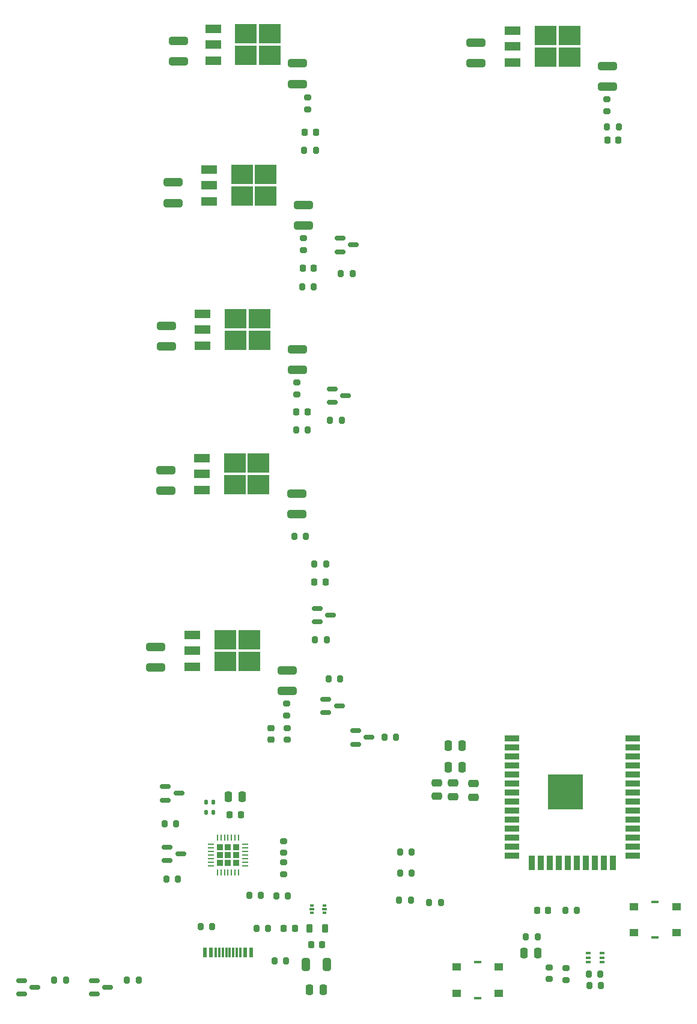
<source format=gbr>
%TF.GenerationSoftware,KiCad,Pcbnew,(6.0.5)*%
%TF.CreationDate,2022-06-13T13:10:07+01:00*%
%TF.ProjectId,heating-controller-esp32,68656174-696e-4672-9d63-6f6e74726f6c,rev?*%
%TF.SameCoordinates,Original*%
%TF.FileFunction,Paste,Top*%
%TF.FilePolarity,Positive*%
%FSLAX46Y46*%
G04 Gerber Fmt 4.6, Leading zero omitted, Abs format (unit mm)*
G04 Created by KiCad (PCBNEW (6.0.5)) date 2022-06-13 13:10:07*
%MOMM*%
%LPD*%
G01*
G04 APERTURE LIST*
G04 Aperture macros list*
%AMRoundRect*
0 Rectangle with rounded corners*
0 $1 Rounding radius*
0 $2 $3 $4 $5 $6 $7 $8 $9 X,Y pos of 4 corners*
0 Add a 4 corners polygon primitive as box body*
4,1,4,$2,$3,$4,$5,$6,$7,$8,$9,$2,$3,0*
0 Add four circle primitives for the rounded corners*
1,1,$1+$1,$2,$3*
1,1,$1+$1,$4,$5*
1,1,$1+$1,$6,$7*
1,1,$1+$1,$8,$9*
0 Add four rect primitives between the rounded corners*
20,1,$1+$1,$2,$3,$4,$5,0*
20,1,$1+$1,$4,$5,$6,$7,0*
20,1,$1+$1,$6,$7,$8,$9,0*
20,1,$1+$1,$8,$9,$2,$3,0*%
G04 Aperture macros list end*
%ADD10RoundRect,0.200000X0.200000X0.275000X-0.200000X0.275000X-0.200000X-0.275000X0.200000X-0.275000X0*%
%ADD11RoundRect,0.218750X-0.218750X-0.256250X0.218750X-0.256250X0.218750X0.256250X-0.218750X0.256250X0*%
%ADD12RoundRect,0.250000X1.075000X-0.312500X1.075000X0.312500X-1.075000X0.312500X-1.075000X-0.312500X0*%
%ADD13RoundRect,0.250000X-1.075000X0.312500X-1.075000X-0.312500X1.075000X-0.312500X1.075000X0.312500X0*%
%ADD14RoundRect,0.200000X-0.200000X-0.275000X0.200000X-0.275000X0.200000X0.275000X-0.200000X0.275000X0*%
%ADD15RoundRect,0.150000X-0.587500X-0.150000X0.587500X-0.150000X0.587500X0.150000X-0.587500X0.150000X0*%
%ADD16R,2.000000X0.900000*%
%ADD17R,0.900000X2.000000*%
%ADD18R,5.000000X5.000000*%
%ADD19RoundRect,0.200000X-0.275000X0.200000X-0.275000X-0.200000X0.275000X-0.200000X0.275000X0.200000X0*%
%ADD20RoundRect,0.218750X-0.256250X0.218750X-0.256250X-0.218750X0.256250X-0.218750X0.256250X0.218750X0*%
%ADD21RoundRect,0.218750X0.218750X0.256250X-0.218750X0.256250X-0.218750X-0.256250X0.218750X-0.256250X0*%
%ADD22RoundRect,0.250000X0.250000X0.475000X-0.250000X0.475000X-0.250000X-0.475000X0.250000X-0.475000X0*%
%ADD23R,3.050000X2.750000*%
%ADD24R,2.200000X1.200000*%
%ADD25R,0.600000X1.450000*%
%ADD26R,0.300000X1.450000*%
%ADD27RoundRect,0.200000X0.275000X-0.200000X0.275000X0.200000X-0.275000X0.200000X-0.275000X-0.200000X0*%
%ADD28RoundRect,0.225000X0.225000X0.250000X-0.225000X0.250000X-0.225000X-0.250000X0.225000X-0.250000X0*%
%ADD29RoundRect,0.218750X0.218750X0.381250X-0.218750X0.381250X-0.218750X-0.381250X0.218750X-0.381250X0*%
%ADD30R,0.650000X0.400000*%
%ADD31R,1.000000X0.450000*%
%ADD32R,1.200000X1.100000*%
%ADD33RoundRect,0.250000X0.325000X0.650000X-0.325000X0.650000X-0.325000X-0.650000X0.325000X-0.650000X0*%
%ADD34RoundRect,0.250000X0.475000X-0.250000X0.475000X0.250000X-0.475000X0.250000X-0.475000X-0.250000X0*%
%ADD35RoundRect,0.135000X-0.135000X-0.185000X0.135000X-0.185000X0.135000X0.185000X-0.135000X0.185000X0*%
%ADD36R,0.500000X0.375000*%
%ADD37R,0.650000X0.300000*%
%ADD38RoundRect,0.135000X0.135000X0.185000X-0.135000X0.185000X-0.135000X-0.185000X0.135000X-0.185000X0*%
%ADD39RoundRect,0.250000X-0.250000X-0.475000X0.250000X-0.475000X0.250000X0.475000X-0.250000X0.475000X0*%
%ADD40RoundRect,0.062500X0.062500X0.337500X-0.062500X0.337500X-0.062500X-0.337500X0.062500X-0.337500X0*%
%ADD41RoundRect,0.062500X0.337500X0.062500X-0.337500X0.062500X-0.337500X-0.062500X0.337500X-0.062500X0*%
%ADD42RoundRect,0.225000X0.225000X0.225000X-0.225000X0.225000X-0.225000X-0.225000X0.225000X-0.225000X0*%
%ADD43RoundRect,0.250000X-0.475000X0.250000X-0.475000X-0.250000X0.475000X-0.250000X0.475000X0.250000X0*%
G04 APERTURE END LIST*
D10*
%TO.C,R52*%
X96783000Y-160869000D03*
X95133000Y-160869000D03*
%TD*%
D11*
%TO.C,D22*%
X91160500Y-160909000D03*
X92735500Y-160909000D03*
%TD*%
D12*
%TO.C,R40*%
X101092000Y-44896500D03*
X101092000Y-41971500D03*
%TD*%
D13*
%TO.C,R39*%
X82550000Y-38669500D03*
X82550000Y-41594500D03*
%TD*%
D12*
%TO.C,R37*%
X57404000Y-44515500D03*
X57404000Y-41590500D03*
%TD*%
D13*
%TO.C,R36*%
X40640000Y-38415500D03*
X40640000Y-41340500D03*
%TD*%
D12*
%TO.C,R30*%
X55963000Y-129985500D03*
X55963000Y-127060500D03*
%TD*%
D13*
%TO.C,R29*%
X37465000Y-126684500D03*
X37465000Y-123759500D03*
%TD*%
D12*
%TO.C,R27*%
X57312000Y-105093500D03*
X57312000Y-102168500D03*
%TD*%
D13*
%TO.C,R22*%
X38862000Y-98867500D03*
X38862000Y-101792500D03*
%TD*%
D12*
%TO.C,R20*%
X57413000Y-84774500D03*
X57413000Y-81849500D03*
%TD*%
D13*
%TO.C,R19*%
X38989000Y-78547500D03*
X38989000Y-81472500D03*
%TD*%
D12*
%TO.C,R17*%
X58293000Y-64454500D03*
X58293000Y-61529500D03*
%TD*%
D13*
%TO.C,R16*%
X39878000Y-58354500D03*
X39878000Y-61279500D03*
%TD*%
D14*
%TO.C,R51*%
X23134500Y-170734000D03*
X24784500Y-170734000D03*
%TD*%
%TO.C,R50*%
X33379000Y-170734000D03*
X35029000Y-170734000D03*
%TD*%
D15*
%TO.C,D21*%
X18572000Y-170754000D03*
X18572000Y-172654000D03*
X20447000Y-171704000D03*
%TD*%
%TO.C,D20*%
X28816500Y-170754000D03*
X28816500Y-172654000D03*
X30691500Y-171704000D03*
%TD*%
D10*
%TO.C,R13*%
X54420000Y-158877000D03*
X56070000Y-158877000D03*
%TD*%
%TO.C,R33*%
X71310000Y-136525000D03*
X69660000Y-136525000D03*
%TD*%
D15*
%TO.C,D9*%
X65610500Y-135575000D03*
X65610500Y-137475000D03*
X67485500Y-136525000D03*
%TD*%
D16*
%TO.C,U1*%
X87639000Y-136652000D03*
X87639000Y-137922000D03*
X87639000Y-139192000D03*
X87639000Y-140462000D03*
X87639000Y-141732000D03*
X87639000Y-143002000D03*
X87639000Y-144272000D03*
X87639000Y-145542000D03*
X87639000Y-146812000D03*
X87639000Y-148082000D03*
X87639000Y-149352000D03*
X87639000Y-150622000D03*
X87639000Y-151892000D03*
X87639000Y-153162000D03*
D17*
X90424000Y-154162000D03*
X91694000Y-154162000D03*
X92964000Y-154162000D03*
X94234000Y-154162000D03*
X95504000Y-154162000D03*
X96774000Y-154162000D03*
X98044000Y-154162000D03*
X99314000Y-154162000D03*
X100584000Y-154162000D03*
X101854000Y-154162000D03*
D16*
X104639000Y-153162000D03*
X104639000Y-151892000D03*
X104639000Y-150622000D03*
X104639000Y-149352000D03*
X104639000Y-148082000D03*
X104639000Y-146812000D03*
X104639000Y-145542000D03*
X104639000Y-144272000D03*
X104639000Y-143002000D03*
X104639000Y-141732000D03*
X104639000Y-140462000D03*
X104639000Y-139192000D03*
X104639000Y-137922000D03*
X104639000Y-136652000D03*
D18*
X95139000Y-144152000D03*
%TD*%
D14*
%TO.C,R49*%
X101029000Y-50546000D03*
X102679000Y-50546000D03*
%TD*%
%TO.C,R48*%
X58369500Y-53866000D03*
X60019500Y-53866000D03*
%TD*%
D19*
%TO.C,R47*%
X55958000Y-135195000D03*
X55958000Y-136845000D03*
%TD*%
D10*
%TO.C,R46*%
X61444000Y-112131000D03*
X59794000Y-112131000D03*
%TD*%
D14*
%TO.C,R45*%
X57214000Y-93218000D03*
X58864000Y-93218000D03*
%TD*%
%TO.C,R44*%
X58063000Y-73035000D03*
X59713000Y-73035000D03*
%TD*%
%TO.C,R43*%
X77622520Y-159792520D03*
X75972520Y-159792520D03*
%TD*%
%TO.C,R42*%
X73383520Y-159462520D03*
X71733520Y-159462520D03*
%TD*%
D11*
%TO.C,D19*%
X101066500Y-52451000D03*
X102641500Y-52451000D03*
%TD*%
%TO.C,D18*%
X58447000Y-51316000D03*
X60022000Y-51316000D03*
%TD*%
D20*
%TO.C,D17*%
X53672000Y-135232500D03*
X53672000Y-136807500D03*
%TD*%
D21*
%TO.C,D16*%
X61366500Y-114681000D03*
X59791500Y-114681000D03*
%TD*%
D11*
%TO.C,D15*%
X57251500Y-90678000D03*
X58826500Y-90678000D03*
%TD*%
%TO.C,D14*%
X58140500Y-70485000D03*
X59715500Y-70485000D03*
%TD*%
D22*
%TO.C,C9*%
X47691000Y-144907000D03*
X49591000Y-144907000D03*
%TD*%
D10*
%TO.C,R23*%
X54166000Y-167946000D03*
X55816000Y-167946000D03*
%TD*%
D15*
%TO.C,D5*%
X39067500Y-151958000D03*
X39067500Y-153858000D03*
X40942500Y-152908000D03*
%TD*%
%TO.C,D13*%
X61419500Y-131130000D03*
X61419500Y-133030000D03*
X63294500Y-132080000D03*
%TD*%
D14*
%TO.C,R14*%
X38672000Y-148717000D03*
X40322000Y-148717000D03*
%TD*%
D23*
%TO.C,D4*%
X51943000Y-100965000D03*
X48593000Y-100965000D03*
X51943000Y-97915000D03*
X48593000Y-97915000D03*
D24*
X43968000Y-97160000D03*
X43968000Y-99440000D03*
X43968000Y-101720000D03*
%TD*%
D15*
%TO.C,D8*%
X62308500Y-87442000D03*
X62308500Y-89342000D03*
X64183500Y-88392000D03*
%TD*%
D25*
%TO.C,J11*%
X44375000Y-166822000D03*
X45175000Y-166822000D03*
D26*
X45875000Y-166822000D03*
X46875000Y-166822000D03*
X48375000Y-166822000D03*
X49375000Y-166822000D03*
D25*
X50075000Y-166822000D03*
X50875000Y-166822000D03*
X50875000Y-166822000D03*
X50075000Y-166822000D03*
D26*
X48875000Y-166822000D03*
X47875000Y-166822000D03*
X47375000Y-166822000D03*
X46375000Y-166822000D03*
D25*
X45175000Y-166822000D03*
X44375000Y-166822000D03*
%TD*%
D27*
%TO.C,R1*%
X92863520Y-168873520D03*
X92863520Y-170523520D03*
%TD*%
D28*
%TO.C,C10*%
X47866000Y-147447000D03*
X49416000Y-147447000D03*
%TD*%
D19*
%TO.C,R28*%
X55904000Y-131762000D03*
X55904000Y-133412000D03*
%TD*%
D28*
%TO.C,C11*%
X59348000Y-165660000D03*
X60898000Y-165660000D03*
%TD*%
D22*
%TO.C,C6*%
X78679000Y-140716000D03*
X80579000Y-140716000D03*
%TD*%
D29*
%TO.C,FB1*%
X59135500Y-163374000D03*
X61260500Y-163374000D03*
%TD*%
D10*
%TO.C,R8*%
X71845520Y-155601520D03*
X73495520Y-155601520D03*
%TD*%
D30*
%TO.C,Q1*%
X100290520Y-166889520D03*
X100290520Y-167539520D03*
X100290520Y-168189520D03*
X98390520Y-168189520D03*
X98390520Y-167539520D03*
X98390520Y-166889520D03*
%TD*%
D14*
%TO.C,R3*%
X100111520Y-169825520D03*
X98461520Y-169825520D03*
%TD*%
%TO.C,R24*%
X53276000Y-163374000D03*
X51626000Y-163374000D03*
%TD*%
D31*
%TO.C,J1*%
X107823000Y-159654000D03*
X107823000Y-164704000D03*
D32*
X110823000Y-160329000D03*
X110823000Y-164029000D03*
X104823000Y-160329000D03*
X104823000Y-164029000D03*
%TD*%
D31*
%TO.C,J2*%
X82804000Y-168163000D03*
X82804000Y-173213000D03*
D32*
X85804000Y-168838000D03*
X85804000Y-172538000D03*
X79804000Y-168838000D03*
X79804000Y-172538000D03*
%TD*%
D23*
%TO.C,D12*%
X92373000Y-40768000D03*
X95723000Y-40768000D03*
X92373000Y-37718000D03*
X95723000Y-37718000D03*
D24*
X87748000Y-36963000D03*
X87748000Y-39243000D03*
X87748000Y-41523000D03*
%TD*%
D19*
%TO.C,R15*%
X58234000Y-66231000D03*
X58234000Y-67881000D03*
%TD*%
D14*
%TO.C,R31*%
X63530000Y-71186000D03*
X65180000Y-71186000D03*
%TD*%
D19*
%TO.C,R18*%
X57354000Y-86551000D03*
X57354000Y-88201000D03*
%TD*%
D14*
%TO.C,R41*%
X61786000Y-128270000D03*
X63436000Y-128270000D03*
%TD*%
D27*
%TO.C,R5*%
X55499000Y-154103000D03*
X55499000Y-155753000D03*
%TD*%
D23*
%TO.C,D6*%
X47244000Y-122807000D03*
X47244000Y-125857000D03*
X50594000Y-125857000D03*
X50594000Y-122807000D03*
D24*
X42619000Y-122052000D03*
X42619000Y-124332000D03*
X42619000Y-126612000D03*
%TD*%
D33*
%TO.C,C12*%
X58596000Y-168454000D03*
X61546000Y-168454000D03*
%TD*%
D14*
%TO.C,R26*%
X38926000Y-156464000D03*
X40576000Y-156464000D03*
%TD*%
D34*
%TO.C,C5*%
X79375000Y-142941000D03*
X79375000Y-144841000D03*
%TD*%
D15*
%TO.C,D7*%
X63403000Y-66233000D03*
X63403000Y-68133000D03*
X65278000Y-67183000D03*
%TD*%
D14*
%TO.C,R32*%
X61981000Y-91872000D03*
X63631000Y-91872000D03*
%TD*%
D34*
%TO.C,C2*%
X82195520Y-143033520D03*
X82195520Y-144933520D03*
%TD*%
D14*
%TO.C,R4*%
X91249000Y-164592000D03*
X89599000Y-164592000D03*
%TD*%
D19*
%TO.C,R38*%
X101033000Y-46673000D03*
X101033000Y-48323000D03*
%TD*%
%TO.C,R35*%
X58825000Y-46418000D03*
X58825000Y-48068000D03*
%TD*%
D10*
%TO.C,R25*%
X43752000Y-163120000D03*
X45402000Y-163120000D03*
%TD*%
D19*
%TO.C,R6*%
X55499000Y-152769000D03*
X55499000Y-151119000D03*
%TD*%
D22*
%TO.C,C7*%
X78679000Y-137668000D03*
X80579000Y-137668000D03*
%TD*%
D15*
%TO.C,D10*%
X60228000Y-118363250D03*
X60228000Y-120263250D03*
X62103000Y-119313250D03*
%TD*%
D27*
%TO.C,R11*%
X95276520Y-169000520D03*
X95276520Y-170650520D03*
%TD*%
D14*
%TO.C,R34*%
X59900500Y-122793250D03*
X61550500Y-122793250D03*
%TD*%
D35*
%TO.C,R9*%
X45593000Y-147066000D03*
X44573000Y-147066000D03*
%TD*%
D15*
%TO.C,D1*%
X38813500Y-143449000D03*
X38813500Y-145349000D03*
X40688500Y-144399000D03*
%TD*%
D36*
%TO.C,U5*%
X59475000Y-161244500D03*
D37*
X59400000Y-160707000D03*
D36*
X59475000Y-160169500D03*
X61175000Y-160169500D03*
D37*
X61250000Y-160707000D03*
D36*
X61175000Y-161244500D03*
%TD*%
D22*
%TO.C,C4*%
X59121000Y-172010000D03*
X61021000Y-172010000D03*
%TD*%
D23*
%TO.C,D11*%
X53515000Y-40513000D03*
X50165000Y-40513000D03*
X53515000Y-37463000D03*
X50165000Y-37463000D03*
D24*
X45540000Y-36708000D03*
X45540000Y-38988000D03*
X45540000Y-41268000D03*
%TD*%
D38*
%TO.C,R10*%
X44573000Y-145669000D03*
X45593000Y-145669000D03*
%TD*%
D10*
%TO.C,R21*%
X58610000Y-108204000D03*
X56960000Y-108204000D03*
%TD*%
D14*
%TO.C,R2*%
X100165520Y-171476520D03*
X98515520Y-171476520D03*
%TD*%
D28*
%TO.C,C8*%
X55486000Y-163374000D03*
X57036000Y-163374000D03*
%TD*%
D10*
%TO.C,R7*%
X71845520Y-152680520D03*
X73495520Y-152680520D03*
%TD*%
D39*
%TO.C,C1*%
X91247000Y-166878000D03*
X89347000Y-166878000D03*
%TD*%
D23*
%TO.C,D2*%
X49574000Y-57276000D03*
X52924000Y-60326000D03*
X49574000Y-60326000D03*
X52924000Y-57276000D03*
D24*
X44949000Y-56521000D03*
X44949000Y-58801000D03*
X44949000Y-61081000D03*
%TD*%
D10*
%TO.C,R12*%
X50610000Y-158750000D03*
X52260000Y-158750000D03*
%TD*%
D40*
%TO.C,U2*%
X49125000Y-155537000D03*
X48625000Y-155537000D03*
X48125000Y-155537000D03*
X47625000Y-155537000D03*
X47125000Y-155537000D03*
X46625000Y-155537000D03*
X46125000Y-155537000D03*
D41*
X45175000Y-154587000D03*
X45175000Y-154087000D03*
X45175000Y-153587000D03*
X45175000Y-153087000D03*
X45175000Y-152587000D03*
X45175000Y-152087000D03*
X45175000Y-151587000D03*
D40*
X46125000Y-150637000D03*
X46625000Y-150637000D03*
X47125000Y-150637000D03*
X47625000Y-150637000D03*
X48125000Y-150637000D03*
X48625000Y-150637000D03*
X49125000Y-150637000D03*
D41*
X50075000Y-151587000D03*
X50075000Y-152087000D03*
X50075000Y-152587000D03*
X50075000Y-153087000D03*
X50075000Y-153587000D03*
X50075000Y-154087000D03*
X50075000Y-154587000D03*
D42*
X47625000Y-153087000D03*
X46505000Y-154207000D03*
X48745000Y-153087000D03*
X47625000Y-151967000D03*
X48745000Y-154207000D03*
X47625000Y-154207000D03*
X46505000Y-153087000D03*
X46505000Y-151967000D03*
X48745000Y-151967000D03*
%TD*%
D23*
%TO.C,D3*%
X52044000Y-80646000D03*
X48694000Y-77596000D03*
X48694000Y-80646000D03*
X52044000Y-77596000D03*
D24*
X44069000Y-76841000D03*
X44069000Y-79121000D03*
X44069000Y-81401000D03*
%TD*%
D43*
%TO.C,C3*%
X77089000Y-144780000D03*
X77089000Y-142880000D03*
%TD*%
M02*

</source>
